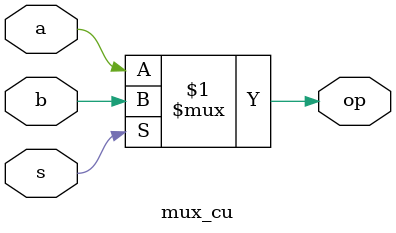
<source format=v>
`timescale 1ns / 1ps


module mux_cu(a,b,s,op);
input a,b;
input s;
output op;
assign op=s?b:a;
/*always@(*)
case(s)
1'b0:op<=a;
1'b1:op<=b; 
endcase*/
endmodule

</source>
